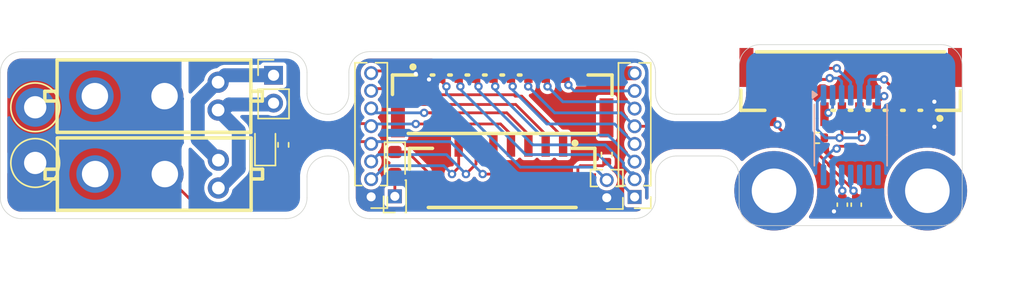
<source format=kicad_pcb>
(kicad_pcb (version 20241229) (generator "pcbnew") (generator_version "9.0")
  (layers (0 "F.Cu" signal) (2 "B.Cu" signal) (13 "F.Paste" user) (15 "B.Paste" user) (5 "F.SilkS" user "F.Silkscreen") (7 "B.SilkS" user "B.Silkscreen") (1 "F.Mask" user) (3 "B.Mask" user) (25 "Edge.Cuts" user))
  (net 0 "")
  (net 1 "GND")
  (net 2 "Net-(U5-VDD3V3)")
  (net 3 "+5V")
  (net 5 "Net-(J8-Pin_2)")
  (net 6 "Net-(J8-Pin_3)")
  (net 7 "Net-(J7-Pin_2)")
  (net 8 "Net-(J7-Pin_6)")
  (net 11 "Net-(J8-Pin_8)")
  (net 12 "Net-(J7-Pin_3)")
  (net 13 "Net-(J7-Pin_7)")
  (net 14 "/SPI_SCK")
  (net 15 "/SPI_MISO")
  (net 16 "/SPI_MOSI")
  (net 18 "/~{NSS1}")
  (net 19 "/ENC1_A")
  (net 20 "/ENC1_B")
  (net 22 "/ENC1_Z")
  (net 32 "Net-(J4-Pin_2)")
  (net 33 "Net-(J7-Pin_1)")
  (net 34 "Net-(J7-Pin_8)")
  (net 35 "Net-(J8-Pin_6)")
  (net 36 "Net-(J8-Pin_7)")
  (net 38 "Net-(D7-A)")
  (net 39 "Net-(D5-K)")
  (net 40 "Net-(D5-A)")
  (net 41 "/DUMMY2")
  (net 42 "/DUMMY1")
  (net 43 "Net-(J3-Pin_1)")
  (net 44 "Net-(J3-Pin_2)")
  (net 45 "Net-(J7-Pin_4)")
  (footprint "easyeda:CONN-SMD_BM08B-GHS-TBT-LF-SN" (layer "F.Cu") (at 150 102.4)
    (property "Reference" "CN3" (hide yes))
    (property "Value" "BM08B-GHS-TBT(LF)(SN)_C133062")
    (fp_line (start -6.65 -1.45) (end -6.65 0.05) (stroke (width 0.25)) (layer "F.SilkS"))
    (fp_line (start -5.3 2.8) (end 5.3 2.8) (stroke (width 0.25)) (layer "F.SilkS"))
    (fp_line (start -5 -1.45) (end -6.65 -1.45) (stroke (width 0.25)) (layer "F.SilkS"))
    (fp_line (start 5 -1.45) (end 6.65 -1.45) (stroke (width 0.25)) (layer "F.SilkS"))
    (fp_line (start 6.65 -1.45) (end 6.65 0.05) (stroke (width 0.25)) (layer "F.SilkS"))
    (fp_circle (center 5.22 -1.83) (end 5.35 -1.83) (stroke (width 0.25)) (fill no) (layer "F.SilkS"))
    (pad "1" smd rect (at 4.37 -1.7) (size 0.6 1.7) (layers "F.Cu" "F.Mask" "F.Paste") (net 11 "Net-(J8-Pin_8)"))
    (pad "2" smd rect (at 3.12 -1.7) (size 0.6 1.7) (layers "F.Cu" "F.Mask" "F.Paste") (net 36 "Net-(J8-Pin_7)"))
    (pad "3" smd rect (at 1.88 -1.7) (size 0.6 1.7) (layers "F.Cu" "F.Mask" "F.Paste") (net 35 "Net-(J8-Pin_6)"))
    (pad "4" smd rect (at 0.63 -1.7) (size 0.6 1.7) (layers "F.Cu" "F.Mask" "F.Paste") (net 41 "/DUMMY2"))
    (pad "5" smd rect (at -0.63 -1.7) (size 0.6 1.7) (layers "F.Cu" "F.Mask" "F.Paste") (net 42 "/DUMMY1"))
    (pad "6" smd rect (at -1.88 -1.7) (size 0.6 1.7) (layers "F.Cu" "F.Mask" "F.Paste") (net 6 "Net-(J8-Pin_3)"))
    (pad "7" smd rect (at -3.12 -1.7) (size 0.6 1.7) (layers "F.Cu" "F.Mask" "F.Paste") (net 5 "Net-(J8-Pin_2)"))
    (pad "8" smd rect (at -4.37 -1.7) (size 0.6 1.7) (layers "F.Cu" "F.Mask" "F.Paste") (net 1 "GND"))
    (pad "9" smd rect (at -6.23 1.7) (size 1 2.7) (layers "F.Cu" "F.Mask" "F.Paste"))
    (pad "10" smd rect (at 6.23 1.7) (size 1 2.7) (layers "F.Cu" "F.Mask" "F.Paste"))
  )
  (footprint "MountingHole:MountingHole_3.2mm_M3_ISO7380_Pad_TopBottom" (layer "F.Cu") (at 180.5 104)
    (property "Reference" "H4" (hide yes))
    (property "Value" "MountingHole_Pad")
    (pad "1" thru_hole circle (at 0 0) (size 3.6 3.6) (drill 3.2) (layers "*.Cu" "*.Mask"))
    (pad "1" connect circle (at 0 0) (size 5.7 5.7) (layers "F.Cu" "F.Mask"))
    (pad "1" connect circle (at 0 0) (size 5.7 5.7) (layers "B.Cu" "B.Mask"))
  )
  (footprint "Resistor_SMD:R_0402_1005Metric" (layer "F.Cu") (at 157.5 101.4 90)
    (property "Reference" "R9" (hide yes))
    (property "Value" "20k")
    (fp_line (start -0.153641 -0.38) (end 0.153641 -0.38) (stroke (width 0.12)) (layer "F.SilkS"))
    (fp_line (start -0.153641 0.38) (end 0.153641 0.38) (stroke (width 0.12)) (layer "F.SilkS"))
    (pad "1" smd roundrect (at -0.509999 0 90) (size 0.54 0.64) (layers "F.Cu" "F.Mask" "F.Paste") (net 39 "Net-(D5-K)"))
    (pad "2" smd roundrect (at 0.509999 0 90) (size 0.54 0.64) (layers "F.Cu" "F.Mask" "F.Paste") (net 1 "GND"))
  )
  (footprint "Connector_PinHeader_2.00mm:PinHeader_1x02_P2.00mm_Vertical" (layer "F.Cu") (at 133.6 95.7)
    (property "Reference" "J3" (hide yes))
    (property "Value" "~")
    (fp_line (start -1.11 -1.11) (end 0 -1.11) (stroke (width 0.12)) (layer "F.SilkS"))
    (fp_line (start -1.11 0) (end -1.11 -1.11) (stroke (width 0.12)) (layer "F.SilkS"))
    (fp_line (start -1.11 1) (end -1.11 3.11) (stroke (width 0.12)) (layer "F.SilkS"))
    (fp_line (start -1.11 1) (end 1.11 1) (stroke (width 0.12)) (layer "F.SilkS"))
    (fp_line (start -1.11 3.11) (end 1.11 3.11) (stroke (width 0.12)) (layer "F.SilkS"))
    (fp_line (start 1.11 1) (end 1.11 3.11) (stroke (width 0.12)) (layer "F.SilkS"))
    (pad "1" thru_hole rect (at 0 0) (size 1.35 1.35) (drill 0.8) (layers "*.Cu" "*.Mask") (net 43 "Net-(J3-Pin_1)"))
    (pad "2" thru_hole circle (at 0 2) (size 1.35 1.35) (drill 0.8) (layers "*.Cu" "*.Mask") (net 44 "Net-(J3-Pin_2)"))
  )
  (footprint "easyeda:CONN-SMD_10P-P1.25_XUNPU_WAFER-GH1.25-10PLB" (layer "F.Cu") (at 175 96.82 180)
    (property "Reference" "CN6" (hide yes))
    (property "Value" "WAFER-GH1.25-10PLB")
    (fp_line (start 7.88 -1.4) (end 7.88 0.05) (stroke (width 0.25)) (layer "F.SilkS"))
    (fp_line (start 6.16 -1.4) (end 7.88 -1.4) (stroke (width 0.25)) (layer "F.SilkS"))
    (fp_line (start 1.35 -1.4) (end 1.159999 -1.4) (stroke (width 0.25)) (layer "F.SilkS"))
    (fp_line (start 0.1 -1.4) (end -0.09 -1.4) (stroke (width 0.25)) (layer "F.SilkS"))
    (fp_line (start -1.15 -1.4) (end -1.340001 -1.4) (stroke (width 0.25)) (layer "F.SilkS"))
    (fp_line (start -2.4 -1.4) (end -2.59 -1.4) (stroke (width 0.25)) (layer "F.SilkS"))
    (fp_line (start -3.65 -1.4) (end -3.840001 -1.4) (stroke (width 0.25)) (layer "F.SilkS"))
    (fp_line (start -4.9 -1.4) (end -5.09 -1.4) (stroke (width 0.25)) (layer "F.SilkS"))
    (fp_line (start -6.74 2.8) (end 6.75 2.8) (stroke (width 0.25)) (layer "F.SilkS"))
    (fp_line (start -7.869999 0) (end -7.87 -1.4) (stroke (width 0.25)) (layer "F.SilkS"))
    (fp_line (start -7.87 -1.4) (end -6.15 -1.4) (stroke (width 0.25)) (layer "F.SilkS"))
    (fp_circle (center -6.4 -1.98) (end -6.27 -1.98) (stroke (width 0.25)) (fill no) (layer "F.SilkS"))
    (pad "1" smd rect (at -5.620001 -1.68 180) (size 0.6 1.7) (layers "F.Cu" "F.Mask" "F.Paste") (net 1 "GND"))
    (pad "2" smd rect (at -4.37 -1.68 180) (size 0.6 1.7) (layers "F.Cu" "F.Mask" "F.Paste") (net 22 "/ENC1_Z"))
    (pad "3" smd rect (at -3.12 -1.68 180) (size 0.6 1.7) (layers "F.Cu" "F.Mask" "F.Paste") (net 20 "/ENC1_B"))
    (pad "4" smd rect (at -1.87 -1.68 180) (size 0.6 1.7) (layers "F.Cu" "F.Mask" "F.Paste") (net 19 "/ENC1_A"))
    (pad "5" smd rect (at -0.62 -1.68 180) (size 0.6 1.7) (layers "F.Cu" "F.Mask" "F.Paste") (net 18 "/~{NSS1}"))
    (pad "6" smd rect (at 0.63 -1.68 180) (size 0.6 1.7) (layers "F.Cu" "F.Mask" "F.Paste") (net 18 "/~{NSS1}"))
    (pad "7" smd rect (at 1.88 -1.68 180) (size 0.6 1.7) (layers "F.Cu" "F.Mask" "F.Paste") (net 14 "/SPI_SCK"))
    (pad "8" smd rect (at 3.13 -1.68 180) (size 0.6 1.7) (layers "F.Cu" "F.Mask" "F.Paste") (net 15 "/SPI_MISO"))
    (pad "9" smd rect (at 4.38 -1.68 180) (size 0.6 1.7) (layers "F.Cu" "F.Mask" "F.Paste") (net 16 "/SPI_MOSI"))
    (pad "10" smd rect (at 5.63 -1.68 180) (size 0.6 1.7) (layers "F.Cu" "F.Mask" "F.Paste") (net 3 "+5V"))
    (pad "11" smd rect (at -7.48 1.68 180) (size 1 2.8) (layers "F.Cu" "F.Mask" "F.Paste"))
    (pad "12" smd rect (at 7.48 1.68 180) (size 1 2.8) (layers "F.Cu" "F.Mask" "F.Paste"))
  )
  (footprint "easyeda:CONN-TH_XT30PB-M" (layer "F.Cu") (at 125.2 97.2)
    (property "Reference" "CN1" (hide yes))
    (property "Value" "XT30(2+2)PB-M.G.B")
    (fp_line (start -8.01 -0.35) (end -7.18 -0.35) (stroke (width 0.25)) (layer "F.SilkS"))
    (fp_line (start -8.01 0.35) (end -8.01 -0.35) (stroke (width 0.25)) (layer "F.SilkS"))
    (fp_line (start -7.3 0.35) (end -8.01 0.35) (stroke (width 0.25)) (layer "F.SilkS"))
    (fp_line (start -7.13 -2.6) (end 6.77 -2.6) (stroke (width 0.25)) (layer "F.SilkS"))
    (fp_line (start -7.13 2.6) (end -7.13 -2.59) (stroke (width 0.25)) (layer "F.SilkS"))
    (fp_line (start 6.77 -2.6) (end 6.77 2.6) (stroke (width 0.25)) (layer "F.SilkS"))
    (fp_line (start 6.77 2.6) (end -7.13 2.6) (stroke (width 0.25)) (layer "F.SilkS"))
    (fp_line (start 6.9 -0.35) (end 7.59 -0.35) (stroke (width 0.25)) (layer "F.SilkS"))
    (fp_line (start 7.59 -0.35) (end 7.59 0.35) (stroke (width 0.25)) (layer "F.SilkS"))
    (fp_line (start 7.59 0.35) (end 6.77 0.35) (stroke (width 0.25)) (layer "F.SilkS"))
    (pad "1" thru_hole circle (at 4.42 -1) (size 1.52 1.52) (drill 0.913994) (layers "*.Cu" "*.Mask") (net 43 "Net-(J3-Pin_1)"))
    (pad "2" thru_hole circle (at 4.42 1) (size 1.52 1.52) (drill 0.913994) (layers "*.Cu" "*.Mask") (net 44 "Net-(J3-Pin_2)"))
    (pad "3" thru_hole circle (at 0.58 0) (size 2.7 2.7) (drill 1.900022) (layers "*.Cu" "*.Mask") (net 41 "/DUMMY2"))
    (pad "4" thru_hole circle (at -4.42 0) (size 2.7 2.7) (drill 1.900022) (layers "*.Cu" "*.Mask") (net 42 "/DUMMY1"))
  )
  (footprint "Capacitor_SMD:C_0402_1005Metric" (layer "F.Cu") (at 174.4 105 -90)
    (property "Reference" "C18" (hide yes))
    (property "Value" "1u")
    (fp_line (start -0.107836 0.36) (end 0.107836 0.36) (stroke (width 0.12)) (layer "F.SilkS"))
    (fp_line (start -0.107836 -0.36) (end 0.107836 -0.36) (stroke (width 0.12)) (layer "F.SilkS"))
    (pad "1" smd roundrect (at -0.48 0 270) (size 0.56 0.62) (layers "F.Cu" "F.Mask" "F.Paste") (net 2 "Net-(U5-VDD3V3)"))
    (pad "2" smd roundrect (at 0.48 0 270) (size 0.56 0.62) (layers "F.Cu" "F.Mask" "F.Paste") (net 1 "GND"))
  )
  (footprint "easyeda:CONN-SMD_10P-P1.25_XUNPU_WAFER-GH1.25-10PLB" (layer "F.Cu") (at 150 97.08)
    (property "Reference" "CN5" (hide yes))
    (property "Value" "WAFER-GH1.25-10PLB")
    (fp_line (start -7.87 -1.4) (end -6.15 -1.4) (stroke (width 0.25)) (layer "F.SilkS"))
    (fp_line (start -7.869999 0) (end -7.87 -1.4) (stroke (width 0.25)) (layer "F.SilkS"))
    (fp_line (start -6.74 2.8) (end 6.75 2.8) (stroke (width 0.25)) (layer "F.SilkS"))
    (fp_line (start -4.9 -1.4) (end -5.09 -1.4) (stroke (width 0.25)) (layer "F.SilkS"))
    (fp_line (start -3.65 -1.4) (end -3.840001 -1.4) (stroke (width 0.25)) (layer "F.SilkS"))
    (fp_line (start -2.4 -1.4) (end -2.59 -1.4) (stroke (width 0.25)) (layer "F.SilkS"))
    (fp_line (start -1.15 -1.4) (end -1.340001 -1.4) (stroke (width 0.25)) (layer "F.SilkS"))
    (fp_line (start 0.1 -1.4) (end -0.09 -1.4) (stroke (width 0.25)) (layer "F.SilkS"))
    (fp_line (start 1.35 -1.4) (end 1.159999 -1.4) (stroke (width 0.25)) (layer "F.SilkS"))
    (fp_line (start 6.16 -1.4) (end 7.88 -1.4) (stroke (width 0.25)) (layer "F.SilkS"))
    (fp_line (start 7.88 -1.4) (end 7.88 0.05) (stroke (width 0.25)) (layer "F.SilkS"))
    (fp_circle (center -6.4 -1.98) (end -6.27 -1.98) (stroke (width 0.25)) (fill no) (layer "F.SilkS"))
    (pad "1" smd rect (at -5.620001 -1.68) (size 0.6 1.7) (layers "F.Cu" "F.Mask" "F.Paste") (net 1 "GND"))
    (pad "2" smd rect (at -4.37 -1.68) (size 0.6 1.7) (layers "F.Cu" "F.Mask" "F.Paste") (net 32 "Net-(J4-Pin_2)"))
    (pad "3" smd rect (at -3.12 -1.68) (size 0.6 1.7) (layers "F.Cu" "F.Mask" "F.Paste") (net 33 "Net-(J7-Pin_1)"))
    (pad "4" smd rect (at -1.87 -1.68) (size 0.6 1.7) (layers "F.Cu" "F.Mask" "F.Paste") (net 7 "Net-(J7-Pin_2)"))
    (pad "5" smd rect (at -0.62 -1.68) (size 0.6 1.7) (layers "F.Cu" "F.Mask" "F.Paste") (net 12 "Net-(J7-Pin_3)"))
    (pad "6" smd rect (at 0.63 -1.68) (size 0.6 1.7) (layers "F.Cu" "F.Mask" "F.Paste") (net 45 "Net-(J7-Pin_4)"))
    (pad "7" smd rect (at 1.88 -1.68) (size 0.6 1.7) (layers "F.Cu" "F.Mask" "F.Paste") (net 3 "+5V"))
    (pad "8" smd rect (at 3.13 -1.68) (size 0.6 1.7) (layers "F.Cu" "F.Mask" "F.Paste") (net 8 "Net-(J7-Pin_6)"))
    (pad "9" smd rect (at 4.38 -1.68) (size 0.6 1.7) (layers "F.Cu" "F.Mask" "F.Paste") (net 13 "Net-(J7-Pin_7)"))
    (pad "10" smd rect (at 5.63 -1.68) (size 0.6 1.7) (layers "F.Cu" "F.Mask" "F.Paste") (net 34 "Net-(J7-Pin_8)"))
    (pad "11" smd rect (at -7.48 1.68) (size 1 2.8) (layers "F.Cu" "F.Mask" "F.Paste"))
    (pad "12" smd rect (at 7.48 1.68) (size 1 2.8) (layers "F.Cu" "F.Mask" "F.Paste"))
  )
  (footprint "TestPoint:TestPoint_Keystone_5005-5009_Compact" (layer "F.Cu") (at 116.5 98)
    (property "Reference" "H2" (hide yes))
    (property "Value" "~")
    (fp_circle (center 0 0) (end 1.75 0) (stroke (width 0.12)) (fill no) (layer "F.SilkS"))
    (pad "1" thru_hole circle (at 0 0) (size 2.8 2.8) (drill 1.6) (layers "*.Cu" "*.Mask") (net 42 "/DUMMY1"))
  )
  (footprint "Resistor_SMD:R_0402_1005Metric" (layer "F.Cu") (at 134.3 100.7 90)
    (property "Reference" "R7" (hide yes))
    (property "Value" "20k")
    (fp_line (start -0.153641 -0.38) (end 0.153641 -0.38) (stroke (width 0.12)) (layer "F.SilkS"))
    (fp_line (start -0.153641 0.38) (end 0.153641 0.38) (stroke (width 0.12)) (layer "F.SilkS"))
    (pad "1" smd roundrect (at -0.509999 0 90) (size 0.54 0.64) (layers "F.Cu" "F.Mask" "F.Paste") (net 42 "/DUMMY1"))
    (pad "2" smd roundrect (at 0.509999 0 90) (size 0.54 0.64) (layers "F.Cu" "F.Mask" "F.Paste") (net 38 "Net-(D7-A)"))
  )
  (footprint "Resistor_SMD:R_0402_1005Metric" (layer "F.Cu") (at 172.6 100.2 180)
    (property "Reference" "R5" (hide yes))
    (property "Value" "10k")
    (fp_line (start -0.153641 0.38) (end 0.153641 0.38) (stroke (width 0.12)) (layer "F.SilkS"))
    (fp_line (start -0.153641 -0.38) (end 0.153641 -0.38) (stroke (width 0.12)) (layer "F.SilkS"))
    (pad "1" smd roundrect (at -0.509999 0 180) (size 0.54 0.64) (layers "F.Cu" "F.Mask" "F.Paste") (net 18 "/~{NSS1}"))
    (pad "2" smd roundrect (at 0.509999 0 180) (size 0.54 0.64) (layers "F.Cu" "F.Mask" "F.Paste") (net 3 "+5V"))
  )
  (footprint "MountingHole:MountingHole_3.2mm_M3_ISO7380_Pad_TopBottom" (layer "F.Cu") (at 169.5 104)
    (property "Reference" "H3" (hide yes))
    (property "Value" "MountingHole_Pad")
    (pad "1" thru_hole circle (at 0 0) (size 3.6 3.6) (drill 3.2) (layers "*.Cu" "*.Mask"))
    (pad "1" connect circle (at 0 0) (size 5.7 5.7) (layers "F.Cu" "F.Mask"))
    (pad "1" connect circle (at 0 0) (size 5.7 5.7) (layers "B.Cu" "B.Mask"))
  )
  (footprint "Connector_PinHeader_1.27mm:PinHeader_1x01_P1.27mm_Vertical" (layer "F.Cu") (at 142.3 104.4 90)
    (property "Reference" "J5" (hide yes))
    (property "Value" "Conn_01x02_Socket")
    (fp_line (start -1.159999 -0.81) (end 0 -0.809999) (stroke (width 0.12)) (layer "F.SilkS"))
    (fp_line (start -1.16 0) (end -1.159999 -0.81) (stroke (width 0.12)) (layer "F.SilkS"))
    (fp_line (start 1.159999 0.81) (end 1.159999 0.745) (stroke (width 0.12)) (layer "F.SilkS"))
    (fp_line (start 0.666708 0.81) (end 1.159999 0.81) (stroke (width 0.12)) (layer "F.SilkS"))
    (fp_line (start -1.159999 0.81) (end -1.159999 0.745) (stroke (width 0.12)) (layer "F.SilkS"))
    (fp_line (start -1.159999 0.81) (end 1.159999 0.81) (stroke (width 0.12)) (layer "F.SilkS"))
    (fp_line (start -1.159999 0.81) (end -0.666708 0.81) (stroke (width 0.12)) (layer "F.SilkS"))
    (pad "1" thru_hole rect (at 0 0 90) (size 1 1) (drill 0.65) (layers "*.Cu" "*.Mask") (net 40 "Net-(D5-A)"))
  )
  (footprint "Capacitor_SMD:C_0402_1005Metric" (layer "F.Cu") (at 175.4 105 -90)
    (property "Reference" "C24" (hide yes))
    (property "Value" "100n")
    (fp_line (start -0.107836 0.36) (end 0.107836 0.36) (stroke (width 0.12)) (layer "F.SilkS"))
    (fp_line (start -0.107836 -0.36) (end 0.107836 -0.36) (stroke (width 0.12)) (layer "F.SilkS"))
    (pad "1" smd roundrect (at -0.48 0 270) (size 0.56 0.62) (layers "F.Cu" "F.Mask" "F.Paste") (net 3 "+5V"))
    (pad "2" smd roundrect (at 0.48 0 270) (size 0.56 0.62) (layers "F.Cu" "F.Mask" "F.Paste") (net 1 "GND"))
  )
  (footprint "easyeda:CONN-TH_XT30PB-M" (layer "F.Cu") (at 125.22 102.8)
    (property "Reference" "CN2" (hide yes))
    (property "Value" "XT30(2+2)PB-M.G.B")
    (fp_line (start -8.01 -0.35) (end -7.18 -0.35) (stroke (width 0.25)) (layer "F.SilkS"))
    (fp_line (start -8.01 0.35) (end -8.01 -0.35) (stroke (width 0.25)) (layer "F.SilkS"))
    (fp_line (start -7.3 0.35) (end -8.01 0.35) (stroke (width 0.25)) (layer "F.SilkS"))
    (fp_line (start -7.13 -2.6) (end 6.77 -2.6) (stroke (width 0.25)) (layer "F.SilkS"))
    (fp_line (start -7.13 2.6) (end -7.13 -2.59) (stroke (width 0.25)) (layer "F.SilkS"))
    (fp_line (start 6.77 -2.6) (end 6.77 2.6) (stroke (width 0.25)) (layer "F.SilkS"))
    (fp_line (start 6.77 2.6) (end -7.13 2.6) (stroke (width 0.25)) (layer "F.SilkS"))
    (fp_line (start 6.9 -0.35) (end 7.59 -0.35) (stroke (width 0.25)) (layer "F.SilkS"))
    (fp_line (start 7.59 -0.35) (end 7.59 0.35) (stroke (width 0.25)) (layer "F.SilkS"))
    (fp_line (start 7.59 0.35) (end 6.77 0.35) (stroke (width 0.25)) (layer "F.SilkS"))
    (pad "1" thru_hole circle (at 4.42 -1) (size 1.52 1.52) (drill 0.913994) (layers "*.Cu" "*.Mask") (net 43 "Net-(J3-Pin_1)"))
    (pad "2" thru_hole circle (at 4.42 1) (size 1.52 1.52) (drill 0.913994) (layers "*.Cu" "*.Mask") (net 44 "Net-(J3-Pin_2)"))
    (pad "3" thru_hole circle (at 0.58 0) (size 2.7 2.7) (drill 1.900022) (layers "*.Cu" "*.Mask") (net 41 "/DUMMY2"))
    (pad "4" thru_hole circle (at -4.42 0) (size 2.7 2.7) (drill 1.900022) (layers "*.Cu" "*.Mask") (net 42 "/DUMMY1"))
  )
  (footprint "Connector_PinHeader_1.27mm:PinHeader_1x08_P1.27mm_Vertical" (layer "F.Cu") (at 159.5 104.445001 180)
    (property "Reference" "J7" (hide yes))
    (property "Value" "Conn_01x08_Socket")
    (fp_line (start 1.159999 0.81) (end 1.16 9.635) (stroke (width 0.12)) (layer "F.SilkS"))
    (fp_line (start 0.666708 0.81) (end 1.159999 0.81) (stroke (width 0.12)) (layer "F.SilkS"))
    (fp_line (start 0.317923 9.635) (end 1.16 9.635) (stroke (width 0.12)) (layer "F.SilkS"))
    (fp_line (start -1.159999 0.81) (end -0.666708 0.81) (stroke (width 0.12)) (layer "F.SilkS"))
    (fp_line (start -1.159999 0.81) (end -1.16 9.635) (stroke (width 0.12)) (layer "F.SilkS"))
    (fp_line (start -1.159999 -0.81) (end 0 -0.809999) (stroke (width 0.12)) (layer "F.SilkS"))
    (fp_line (start -1.16 9.635) (end -0.317923 9.635) (stroke (width 0.12)) (layer "F.SilkS"))
    (fp_line (start -1.16 0) (end -1.159999 -0.81) (stroke (width 0.12)) (layer "F.SilkS"))
    (pad "1" thru_hole rect (at 0 0 180) (size 1 1) (drill 0.65) (layers "*.Cu" "*.Mask") (net 33 "Net-(J7-Pin_1)"))
    (pad "2" thru_hole circle (at 0 1.270001 180) (size 1 1) (drill 0.65) (layers "*.Cu" "*.Mask") (net 7 "Net-(J7-Pin_2)"))
    (pad "3" thru_hole circle (at 0 2.54 180) (size 1 1) (drill 0.65) (layers "*.Cu" "*.Mask") (net 12 "Net-(J7-Pin_3)"))
    (pad "4" thru_hole circle (at 0 3.81 180) (size 1 1) (drill 0.65) (layers "*.Cu" "*.Mask") (net 45 "Net-(J7-Pin_4)"))
    (pad "5" thru_hole circle (at 0 5.079999 180) (size 1 1) (drill 0.65) (layers "*.Cu" "*.Mask") (net 3 "+5V"))
    (pad "6" thru_hole circle (at 0 6.35 180) (size 1 1) (drill 0.65) (layers "*.Cu" "*.Mask") (net 8 "Net-(J7-Pin_6)"))
    (pad "7" thru_hole circle (at 0 7.62 180) (size 1 1) (drill 0.65) (layers "*.Cu" "*.Mask") (net 13 "Net-(J7-Pin_7)"))
    (pad "8" thru_hole circle (at 0 8.89 180) (size 1 1) (drill 0.65) (layers "*.Cu" "*.Mask") (net 34 "Net-(J7-Pin_8)"))
  )
  (footprint "LED_SMD:LED_0603_1608Metric" (layer "F.Cu") (at 142.3 102 -90)
    (property "Reference" "D5" (hide yes))
    (property "Value" "WHITE")
    (fp_line (start -1.485 0.735) (end 0.8 0.735) (stroke (width 0.12)) (layer "F.SilkS"))
    (fp_line (start -1.485 -0.735) (end -1.485 0.735) (stroke (width 0.12)) (layer "F.SilkS"))
    (fp_line (start 0.8 -0.735) (end -1.485 -0.735) (stroke (width 0.12)) (layer "F.SilkS"))
    (pad "1" smd roundrect (at -0.787501 0 270) (size 0.875 0.95) (layers "F.Cu" "F.Mask" "F.Paste") (net 39 "Net-(D5-K)"))
    (pad "2" smd roundrect (at 0.787501 0 270) (size 0.875 0.95) (layers "F.Cu" "F.Mask" "F.Paste") (net 40 "Net-(D5-A)"))
  )
  (footprint "Connector_PinHeader_1.27mm:PinHeader_1x02_P1.27mm_Vertical" (layer "F.Cu") (at 157.5 104.5 180)
    (property "Reference" "J4" (hide yes))
    (property "Value" "Conn_01x02_Socket")
    (fp_line (start 1.159999 0.81) (end 1.16 2.015) (stroke (width 0.12)) (layer "F.SilkS"))
    (fp_line (start 0.666708 0.81) (end 1.159999 0.81) (stroke (width 0.12)) (layer "F.SilkS"))
    (fp_line (start 0.317923 2.015) (end 1.16 2.015) (stroke (width 0.12)) (layer "F.SilkS"))
    (fp_line (start -1.159999 0.81) (end -0.666708 0.81) (stroke (width 0.12)) (layer "F.SilkS"))
    (fp_line (start -1.159999 0.81) (end -1.16 2.015) (stroke (width 0.12)) (layer "F.SilkS"))
    (fp_line (start -1.159999 -0.81) (end 0 -0.809999) (stroke (width 0.12)) (layer "F.SilkS"))
    (fp_line (start -1.16 2.015) (end -0.317923 2.015) (stroke (width 0.12)) (layer "F.SilkS"))
    (fp_line (start -1.16 0) (end -1.159999 -0.81) (stroke (width 0.12)) (layer "F.SilkS"))
    (pad "1" thru_hole rect (at 0 0 180) (size 1 1) (drill 0.65) (layers "*.Cu" "*.Mask") (net 1 "GND"))
    (pad "2" thru_hole circle (at 0 1.270001 180) (size 1 1) (drill 0.65) (layers "*.Cu" "*.Mask") (net 32 "Net-(J4-Pin_2)"))
  )
  (footprint "Connector_PinHeader_1.27mm:PinHeader_1x08_P1.27mm_Vertical" (layer "F.Cu") (at 140.6 104.435 180)
    (property "Reference" "J8" (hide yes))
    (property "Value" "Conn_01x08_Socket")
    (fp_line (start 1.159999 0.81) (end 1.16 9.635) (stroke (width 0.12)) (layer "F.SilkS"))
    (fp_line (start 0.666708 0.81) (end 1.159999 0.81) (stroke (width 0.12)) (layer "F.SilkS"))
    (fp_line (start 0.317923 9.635) (end 1.16 9.635) (stroke (width 0.12)) (layer "F.SilkS"))
    (fp_line (start -1.159999 0.81) (end -0.666708 0.81) (stroke (width 0.12)) (layer "F.SilkS"))
    (fp_line (start -1.159999 0.81) (end -1.16 9.635) (stroke (width 0.12)) (layer "F.SilkS"))
    (fp_line (start -1.159999 -0.81) (end 0 -0.809999) (stroke (width 0.12)) (layer "F.SilkS"))
    (fp_line (start -1.16 9.635) (end -0.317923 9.635) (stroke (width 0.12)) (layer "F.SilkS"))
    (fp_line (start -1.16 0) (end -1.159999 -0.81) (stroke (width 0.12)) (layer "F.SilkS"))
    (pad "1" thru_hole rect (at 0 0 180) (size 1 1) (drill 0.65) (layers "*.Cu" "*.Mask") (net 1 "GND"))
    (pad "2" thru_hole circle (at 0 1.270001 180) (size 1 1) (drill 0.65) (layers "*.Cu" "*.Mask") (net 5 "Net-(J8-Pin_2)"))
    (pad "3" thru_hole circle (at 0 2.54 180) (size 1 1) (drill 0.65) (layers "*.Cu" "*.Mask") (net 6 "Net-(J8-Pin_3)"))
    (pad "4" thru_hole circle (at 0 3.81 180) (size 1 1) (drill 0.65) (layers "*.Cu" "*.Mask") (net 42 "/DUMMY1"))
    (pad "5" thru_hole circle (at 0 5.079999 180) (size 1 1) (drill 0.65) (layers "*.Cu" "*.Mask") (net 41 "/DUMMY2"))
    (pad "6" thru_hole circle (at 0 6.35 180) (size 1 1) (drill 0.65) (layers "*.Cu" "*.Mask") (net 35 "Net-(J8-Pin_6)"))
    (pad "7" thru_hole circle (at 0 7.62 180) (size 1 1) (drill 0.65) (layers "*.Cu" "*.Mask") (net 36 "Net-(J8-Pin_7)"))
    (pad "8" thru_hole circle (at 0 8.89 180) (size 1 1) (drill 0.65) (layers "*.Cu" "*.Mask") (net 11 "Net-(J8-Pin_8)"))
  )
  (footprint "LED_SMD:LED_0603_1608Metric" (layer "F.Cu") (at 133 100.7 90)
    (property "Reference" "D7" (hide yes))
    (property "Value" "GREEN")
    (fp_line (start 0.8 -0.735) (end -1.485 -0.735) (stroke (width 0.12)) (layer "F.SilkS"))
    (fp_line (start -1.485 -0.735) (end -1.485 0.735) (stroke (width 0.12)) (layer "F.SilkS"))
    (fp_line (start -1.485 0.735) (end 0.8 0.735) (stroke (width 0.12)) (layer "F.SilkS"))
    (pad "1" smd roundrect (at -0.787501 0 90) (size 0.875 0.95) (layers "F.Cu" "F.Mask" "F.Paste") (net 41 "/DUMMY2"))
    (pad "2" smd roundrect (at 0.787501 0 90) (size 0.875 0.95) (layers "F.Cu" "F.Mask" "F.Paste") (net 38 "Net-(D7-A)"))
  )
  (footprint "TestPoint:TestPoint_Keystone_5005-5009_Compact" (layer "F.Cu") (at 116.5 102)
    (property "Reference" "H1" (hide yes))
    (property "Value" "~")
    (fp_circle (center 0 0) (end 1.75 0) (stroke (width 0.12)) (fill no) (layer "F.SilkS"))
    (pad "1" thru_hole circle (at 0 0) (size 2.8 2.8) (drill 1.6) (layers "*.Cu" "*.Mask") (net 41 "/DUMMY2"))
  )
  (footprint "Package_SO:TSSOP-14_4.4x5mm_P0.65mm" (layer "B.Cu") (at 175 100 -90)
    (property "Reference" "U5" (hide yes))
    (property "Value" "AS5047D")
    (fp_line (start 0 2.61) (end -2.2 2.61) (stroke (width 0.12)) (layer "B.SilkS"))
    (fp_line (start 0 2.61) (end 2.2 2.61) (stroke (width 0.12)) (layer "B.SilkS"))
    (fp_line (start 0 -2.61) (end -2.2 -2.61) (stroke (width 0.12)) (layer "B.SilkS"))
    (fp_line (start 0 -2.61) (end 2.2 -2.61) (stroke (width 0.12)) (layer "B.SilkS"))
    (fp_poly (pts (xy -2.9 2.41) (xy -3.14 2.74) (xy -2.66 2.740001)) (stroke (width 0.12)) (fill yes) (layer "B.SilkS"))
    (pad "1" smd roundrect (at -2.8625 1.95 270) (size 1.475 0.4) (layers "B.Cu" "B.Mask" "B.Paste") (net 18 "/~{NSS1}"))
    (pad "2" smd roundrect (at -2.8625 1.3 270) (size 1.475 0.4) (layers "B.Cu" "B.Mask" "B.Paste") (net 14 "/SPI_SCK"))
    (pad "3" smd roundrect (at -2.8625 0.65 270) (size 1.475 0.4) (layers "B.Cu" "B.Mask" "B.Paste") (net 15 "/SPI_MISO"))
    (pad "4" smd roundrect (at -2.8625 0 270) (size 1.475 0.4) (layers "B.Cu" "B.Mask" "B.Paste") (net 16 "/SPI_MOSI"))
    (pad "5" smd roundrect (at -2.8625 -0.65 270) (size 1.475 0.4) (layers "B.Cu" "B.Mask" "B.Paste") (net 1 "GND"))
    (pad "6" smd roundrect (at -2.8625 -1.3 270) (size 1.475 0.4) (layers "B.Cu" "B.Mask" "B.Paste") (net 20 "/ENC1_B"))
    (pad "7" smd roundrect (at -2.8625 -1.95 270) (size 1.475 0.4) (layers "B.Cu" "B.Mask" "B.Paste") (net 19 "/ENC1_A"))
    (pad "8" smd roundrect (at 2.8625 -1.95 270) (size 1.475 0.4) (layers "B.Cu" "B.Mask" "B.Paste"))
    (pad "9" smd roundrect (at 2.8625 -1.3 270) (size 1.475 0.4) (layers "B.Cu" "B.Mask" "B.Paste"))
    (pad "10" smd roundrect (at 2.8625 -0.65 270) (size 1.475 0.4) (layers "B.Cu" "B.Mask" "B.Paste"))
    (pad "11" smd roundrect (at 2.8625 0 270) (size 1.475 0.4) (layers "B.Cu" "B.Mask" "B.Paste") (net 3 "+5V"))
    (pad "12" smd roundrect (at 2.8625 0.65 270) (size 1.475 0.4) (layers "B.Cu" "B.Mask" "B.Paste") (net 2 "Net-(U5-VDD3V3)"))
    (pad "13" smd roundrect (at 2.8625 1.3 270) (size 1.475 0.4) (layers "B.Cu" "B.Mask" "B.Paste") (net 1 "GND"))
    (pad "14" smd roundrect (at 2.8625 1.95 270) (size 1.475 0.4) (layers "B.Cu" "B.Mask" "B.Paste") (net 22 "/ENC1_Z"))
  )
  (gr_arc (start 168.5 106.5) (mid 167.43934 106.06066) (end 167 105) (stroke (width 0.05)) (layer "Edge.Cuts"))
  (gr_line (start 140.5 94) (end 159.5 94) (stroke (width 0.05)) (layer "Edge.Cuts"))
  (gr_arc (start 139 95.5) (mid 139.43934 94.43934) (end 140.5 94) (stroke (width 0.05)) (layer "Edge.Cuts"))
  (gr_line (start 136 104.5) (end 136 103) (stroke (width 0.05)) (layer "Edge.Cuts"))
  (gr_arc (start 183 105) (mid 182.56066 106.06066) (end 181.5 106.5) (stroke (width 0.05)) (layer "Edge.Cuts"))
  (gr_line (start 162.5 98.5) (end 165.5 98.5) (stroke (width 0.05)) (layer "Edge.Cuts"))
  (gr_line (start 115.5 106) (end 134.5 106) (stroke (width 0.05)) (layer "Edge.Cuts"))
  (gr_arc (start 136 103) (mid 136.43934 101.93934) (end 137.5 101.5) (stroke (width 0.05)) (layer "Edge.Cuts"))
  (gr_line (start 168.5 106.5) (end 181.5 106.5) (stroke (width 0.05)) (layer "Edge.Cuts"))
  (gr_line (start 114 95.5) (end 114 104.5) (stroke (width 0.05)) (layer "Edge.Cuts"))
  (gr_arc (start 140.5 106) (mid 139.43934 105.56066) (end 139 104.5) (stroke (width 0.05)) (layer "Edge.Cuts"))
  (gr_arc (start 167 97) (mid 166.56066 98.06066) (end 165.5 98.5) (stroke (width 0.05)) (layer "Edge.Cuts"))
  (gr_line (start 136 95.5) (end 136 97) (stroke (width 0.05)) (layer "Edge.Cuts"))
  (gr_line (start 140.5 106) (end 159.5 106) (stroke (width 0.05)) (layer "Edge.Cuts"))
  (gr_arc (start 165.5 101.5) (mid 166.56066 101.93934) (end 167 103) (stroke (width 0.05)) (layer "Edge.Cuts"))
  (gr_line (start 167 97) (end 167 95) (stroke (width 0.05)) (layer "Edge.Cuts"))
  (gr_arc (start 167 95) (mid 167.43934 93.93934) (end 168.5 93.5) (stroke (width 0.05)) (layer "Edge.Cuts"))
  (gr_arc (start 139 97) (mid 138.56066 98.06066) (end 137.5 98.5) (stroke (width 0.05)) (layer "Edge.Cuts"))
  (gr_arc (start 137.5 98.5) (mid 136.43934 98.06066) (end 136 97) (stroke (width 0.05)) (layer "Edge.Cuts"))
  (gr_line (start 139 97) (end 139 95.5) (stroke (width 0.05)) (layer "Edge.Cuts"))
  (gr_line (start 139 103) (end 139 104.5) (stroke (width 0.05)) (layer "Edge.Cuts"))
  (gr_arc (start 161 104.5) (mid 160.56066 105.56066) (end 159.5 106) (stroke (width 0.05)) (layer "Edge.Cuts"))
  (gr_arc (start 159.5 94) (mid 160.56066 94.43934) (end 161 95.5) (stroke (width 0.05)) (layer "Edge.Cuts"))
  (gr_line (start 115.5 94) (end 134.5 94) (stroke (width 0.05)) (layer "Edge.Cuts"))
  (gr_line (start 183 105) (end 183 95) (stroke (width 0.05)) (layer "Edge.Cuts"))
  (gr_arc (start 181.5 93.5) (mid 182.56066 93.93934) (end 183 95) (stroke (width 0.05)) (layer "Edge.Cuts"))
  (gr_line (start 162.5 101.5) (end 165.5 101.5) (stroke (width 0.05)) (layer "Edge.Cuts"))
  (gr_arc (start 162.5 98.5) (mid 161.43934 98.06066) (end 161 97) (stroke (width 0.05)) (layer "Edge.Cuts"))
  (gr_arc (start 136 104.5) (mid 135.56066 105.56066) (end 134.5 106) (stroke (width 0.05)) (layer "Edge.Cuts"))
  (gr_arc (start 114 95.5) (mid 114.43934 94.43934) (end 115.5 94) (stroke (width 0.05)) (layer "Edge.Cuts"))
  (gr_arc (start 161 103) (mid 161.43934 101.93934) (end 162.5 101.5) (stroke (width 0.05)) (layer "Edge.Cuts"))
  (gr_line (start 167 103) (end 167 105) (stroke (width 0.05)) (layer "Edge.Cuts"))
  (gr_arc (start 115.5 106) (mid 114.43934 105.56066) (end 114 104.5) (stroke (width 0.05)) (layer "Edge.Cuts"))
  (gr_arc (start 137.5 101.5) (mid 138.56066 101.93934) (end 139 103) (stroke (width 0.05)) (layer "Edge.Cuts"))
  (gr_line (start 161 104.5) (end 161 103) (stroke (width 0.05)) (layer "Edge.Cuts"))
  (gr_line (start 168.5 93.5) (end 181.5 93.5) (stroke (width 0.05)) (layer "Edge.Cuts"))
  (gr_line (start 161 95.5) (end 161 97) (stroke (width 0.05)) (layer "Edge.Cuts"))
  (gr_arc (start 134.5 94) (mid 135.56066 94.43934) (end 136 95.5) (stroke (width 0.05)) (layer "Edge.Cuts"))
  (segment (start 143.8 95.6) (end 144.099999 95.6) (width 0.2) (layer "F.Cu") (net 1))
  (segment (start 180.620001 99.020001) (end 181 99.4) (width 0.2) (layer "F.Cu") (net 1))
  (segment (start 174.4 105.48) (end 175.4 105.48) (width 0.2) (layer "F.Cu") (net 1))
  (segment (start 180.620001 98.5) (end 180.620001 99.020001) (width 0.2) (layer "F.Cu") (net 1))
  (segment (start 144.099999 95.6) (end 144.379999 95.32) (width 0.2) (layer "F.Cu") (net 1))
  (segment (start 173.8 105.48) (end 174.4 105.48) (width 0.2) (layer "F.Cu") (net 1))
  (segment (start 144.75 96) (end 144.2 96) (width 0.2) (layer "F.Cu") (net 1))
  (segment (start 180.620001 98.5) (end 180.620001 97.779999) (width 0.2) (layer "F.Cu") (net 1))
  (segment (start 180.620001 97.779999) (end 180.8 97.6) (width 0.2) (layer "F.Cu") (net 1))
  (segment (start 144.2 96) (end 143.8 95.6) (width 0.2) (layer "F.Cu") (net 1))
  (via (at 181 99.4) (size 0.6) (drill 0.3) (layers "F.Cu" "B.Cu") (net 1))
  (via (at 173.8 105.48) (size 0.6) (drill 0.3) (layers "F.Cu" "B.Cu") (net 1))
  (via (at 181 97.6) (size 0.6) (drill 0.3) (layers "F.Cu" "B.Cu") (net 1))
  (via (at 143.8 95.6) (size 0.6) (drill 0.3) (layers "F.Cu" "B.Cu") (net 1))
  (via (at 144.75 96) (size 0.6) (drill 0.3) (layers "F.Cu" "B.Cu") (net 1))
  (segment (start 174.4 104.2) (end 174.4 104.52) (width 0.2) (layer "F.Cu") (net 2))
  (via (at 174.4 104) (size 0.6) (drill 0.3) (layers "F.Cu" "B.Cu") (net 2))
  (segment (start 174.35 102.8625) (end 174.35 104.15) (width 0.2) (layer "B.Cu") (net 2))
  (segment (start 174.35 104.15) (end 174.4 104.2) (width 0.2) (layer "B.Cu") (net 2))
  (segment (start 170.568 100.2) (end 169.37 99.002) (width 0.2) (layer "F.Cu") (net 3))
  (segment (start 151.88 96.484658) (end 151.864658 96.5) (width 0.2) (layer "F.Cu") (net 3))
  (segment (start 175.2 103.950057) (end 173.401 102.151057) (width 0.2) (layer "F.Cu") (net 3))
  (segment (start 172.090001 100.2) (end 170.568 100.2) (width 0.2) (layer "F.Cu") (net 3))
  (segment (start 169.37 99.002) (end 169.37 98.5) (width 0.2) (layer "F.Cu") (net 3))
  (segment (start 173.401 102.151057) (end 173.401 102.091259) (width 0.2) (layer "F.Cu") (net 3))
  (segment (start 168.504998 99.365002) (end 169.37 98.5) (width 0.2) (layer "F.Cu") (net 3))
  (segment (start 172.090001 100.78026) (end 172.090001 100.2) (width 0.2) (layer "F.Cu") (net 3))
  (segment (start 175.2 104) (end 175.2 103.950057) (width 0.2) (layer "F.Cu") (net 3))
  (segment (start 175.4 104.2) (end 175.2 104) (width 0.2) (layer "F.Cu") (net 3))
  (segment (start 159.5 99.365002) (end 168.504998 99.365002) (width 0.2) (layer "F.Cu") (net 3))
  (segment (start 151.88 95.32) (end 151.88 96.484658) (width 0.2) (layer "F.Cu") (net 3))
  (segment (start 175.4 104.52) (end 175.4 104.2) (width 0.2) (layer "F.Cu") (net 3))
  (segment (start 173.401 102.091259) (end 172.090001 100.78026) (width 0.2) (layer "F.Cu") (net 3))
  (via (at 151.864658 96.5) (size 0.6) (drill 0.3) (layers "F.Cu" "B.Cu") (net 3))
  (via (at 175.2 104) (size 0.6) (drill 0.3) (layers "F.Cu" "B.Cu") (net 3))
  (via (at 169.75 99.25) (size 0.6) (drill 0.3) (layers "F.Cu" "B.Cu") (net 3))
  (segment (start 175 103.8) (end 175 102.8625) (width 0.2) (layer "B.Cu") (net 3))
  (segment (start 159.5 99.365002) (end 158.534998 98.4) (width 0.2) (layer "B.Cu") (net 3))
  (segment (start 175.2 104) (end 175 103.8) (width 0.2) (layer "B.Cu") (net 3))
  (segment (start 153.764659 98.4) (end 151.864659 96.5) (width 0.2) (layer "B.Cu") (net 3))
  (segment (start 169.75 99.35) (end 169.75 99.25) (width 0.2) (layer "B.Cu") (net 3))
  (segment (start 151.864659 96.5) (end 151.864658 96.5) (width 0.2) (layer "B.Cu") (net 3))
  (segment (start 158.534998 98.4) (end 153.764659 98.4) (width 0.2) (layer "B.Cu") (net 3))
  (segment (start 146.88 102.32) (end 146.4 102.8) (width 0.2) (layer "F.Cu") (net 5))
  (segment (start 146.88 100.5) (end 146.88 102.32) (width 0.2) (layer "F.Cu") (net 5))
  (via (at 146.4 102.8) (size 0.6) (drill 0.3) (layers "F.Cu" "B.Cu") (net 5))
  (segment (start 145.8 102.2) (end 146.4 102.8) (width 0.2) (layer "B.Cu") (net 5))
  (segment (start 140.4 103.009998) (end 140.840002 103.009998) (width 0.2) (layer "B.Cu") (net 5))
  (segment (start 141.65 102.2) (end 145.8 102.2) (width 0.2) (layer "B.Cu") (net 5))
  (segment (start 140.840002 103.009998) (end 141.65 102.2) (width 0.2) (layer "B.Cu") (net 5))
  (segment (start 148.12 100.5) (end 148.12 102.08) (width 0.2) (layer "F.Cu") (net 6))
  (segment (start 148.12 102.08) (end 147.4 102.8) (width 0.2) (layer "F.Cu") (net 6))
  (via (at 147.4 102.8) (size 0.6) (drill 0.3) (layers "F.Cu" "B.Cu") (net 6))
  (segment (start 140.6 101.895) (end 141.095 101.4) (width 0.2) (layer "B.Cu") (net 6))
  (segment (start 140.555001 101.895) (end 140.6 101.895) (width 0.2) (layer "B.Cu") (net 6))
  (segment (start 140.4 101.739999) (end 140.555001 101.895) (width 0.2) (layer "B.Cu") (net 6))
  (segment (start 146 101.4) (end 147.4 102.8) (width 0.2) (layer "B.Cu") (net 6))
  (segment (start 141.095 101.4) (end 146 101.4) (width 0.2) (layer "B.Cu") (net 6))
  (segment (start 148.13 95.32) (end 148.13 96.37) (width 0.2) (layer "F.Cu") (net 7))
  (segment (start 148.26 96.5) (end 148.3 96.5) (width 0.2) (layer "F.Cu") (net 7))
  (segment (start 148.13 96.37) (end 148.26 96.5) (width 0.2) (layer "F.Cu") (net 7))
  (via (at 148.3 96.5) (size 0.6) (drill 0.3) (layers "F.Cu" "B.Cu") (net 7))
  (segment (start 159.168214 102.706001) (end 158.699 102.236787) (width 0.2) (layer "B.Cu") (net 7))
  (segment (start 148.3 96.8) (end 148.3 96.5) (width 0.2) (layer "B.Cu") (net 7))
  (segment (start 159.406001 102.706001) (end 159.168214 102.706001) (width 0.2) (layer "B.Cu") (net 7))
  (segment (start 152.2 100.7) (end 148.3 96.8) (width 0.2) (layer "B.Cu") (net 7))
  (segment (start 158.699 101.999) (end 157.4 100.7) (width 0.2) (layer "B.Cu") (net 7))
  (segment (start 158.699 102.236787) (end 158.699 101.999) (width 0.2) (layer "B.Cu") (net 7))
  (segment (start 159.5 103.175) (end 159.5 102.8) (width 0.2) (layer "B.Cu") (net 7))
  (segment (start 159.5 102.8) (end 159.406001 102.706001) (width 0.2) (layer "B.Cu") (net 7))
  (segment (start 157.4 100.7) (end 152.2 100.7) (width 0.2) (layer "B.Cu") (net 7))
  (segment (start 153.13 96.38) (end 153.25 96.5) (width 0.2) (layer "F.Cu") (net 8))
  (segment (start 153.13 95.32) (end 153.13 96.38) (width 0.2) (layer "F.Cu") (net 8))
  (via (at 153.25 96.5) (size 0.6) (drill 0.3) (layers "F.Cu" "B.Cu") (net 8))
  (segment (start 159.004999 97.6) (end 154.35 97.6) (width 0.2) (layer "B.Cu") (net 8))
  (segment (start 154.35 97.6) (end 153.25 96.5) (width 0.2) (layer "B.Cu") (net 8))
  (segment (start 159.5 98.095001) (end 159.004999 97.6) (width 0.2) (layer "B.Cu") (net 8))
  (segment (start 151.4 97.2) (end 150.935686 97.2) (width 0.2) (layer "F.Cu") (net 11))
  (segment (start 150.836685 97.101) (end 144.251058 97.101) (width 0.2) (layer "F.Cu") (net 11))
  (segment (start 144.251058 97.101) (end 142.540057 95.389999) (width 0.2) (layer "F.Cu") (net 11))
  (segment (start 154.37 100.17) (end 151.4 97.2) (width 0.2) (layer "F.Cu") (net 11))
  (segment (start 142.540057 95.389999) (end 140.4 95.389999) (width 0.2) (layer "F.Cu") (net 11))
  (segment (start 150.935686 97.2) (end 150.836685 97.101) (width 0.2) (layer "F.Cu") (net 11))
  (segment (start 154.37 100.5) (end 154.37 100.17) (width 0.2) (layer "F.Cu") (net 11))
  (segment (start 149.38 96.38) (end 149.5 96.5) (width 0.2) (layer "F.Cu") (net 12))
  (segment (start 149.38 95.32) (end 149.38 96.38) (width 0.2) (layer "F.Cu") (net 12))
  (via (at 149.5 96.5) (size 0.6) (drill 0.3) (layers "F.Cu" "B.Cu") (net 12))
  (segment (start 157.594999 100) (end 152.75 100) (width 0.2) (layer "B.Cu") (net 12))
  (segment (start 159.5 101.905001) (end 157.594999 100) (width 0.2) (layer "B.Cu") (net 12))
  (segment (start 149.5 96.75) (end 149.5 96.5) (width 0.2) (layer "B.Cu") (net 12))
  (segment (start 152.75 100) (end 149.5 96.75) (width 0.2) (layer "B.Cu") (net 12))
  (segment (start 154.75 95.69) (end 154.75 96.4) (width 0.2) (layer "F.Cu") (net 13))
  (segment (start 154.38 95.32) (end 154.75 95.69) (width 0.2) (layer "F.Cu") (net 13))
  (via (at 154.75 96.4) (size 0.6) (drill 0.3) (layers "F.Cu" "B.Cu") (net 13))
  (segment (start 155.175001 96.825001) (end 154.75 96.4) (width 0.2) (layer "B.Cu") (net 13))
  (segment (start 159.5 96.825001) (end 155.175001 96.825001) (width 0.2) (layer "B.Cu") (net 13))
  (segment (start 173.3 98.5) (end 173.4 98.4) (width 0.2) (layer "F.Cu") (net 14))
  (segment (start 173.12 98.5) (end 173.3 98.5) (width 0.2) (layer "F.Cu") (net 14))
  (via (at 173.4 98.4) (size 0.6) (drill 0.3) (layers "F.Cu" "B.Cu") (net 14))
  (segment (start 173.4 98.4) (end 173.7 98.1) (width 0.2) (layer "B.Cu") (net 14))
  (segment (start 173.7 98.1) (end 173.7 97.1375) (width 0.2) (layer "B.Cu") (net 14))
  (segment (start 173.404153 96) (end 172.6 96) (width 0.2) (layer "F.Cu") (net 15))
  (segment (start 171.87 96.73) (end 171.87 98.5) (width 0.2) (layer "F.Cu") (net 15))
  (segment (start 172.6 96) (end 171.87 96.73) (width 0.2) (layer "F.Cu") (net 15))
  (segment (start 173.495019 95.909134) (end 173.404153 96) (width 0.2) (layer "F.Cu") (net 15))
  (via (at 173.495019 95.909134) (size 0.6) (drill 0.3) (layers "F.Cu" "B.Cu") (net 15))
  (segment (start 174.35 96.15) (end 174.35 97.1375) (width 0.2) (layer "B.Cu") (net 15))
  (segment (start 174.109134 95.909134) (end 174.35 96.15) (width 0.2) (layer "B.Cu") (net 15))
  (segment (start 173.495019 95.909134) (end 174.109134 95.909134) (width 0.2) (layer "B.Cu") (net 15))
  (segment (start 174 95.2) (end 172.2 95.2) (width 0.2) (layer "F.Cu") (net 16))
  (segment (start 170.62 96.78) (end 170.62 98.5) (width 0.2) (layer "F.Cu") (net 16))
  (segment (start 172.2 95.2) (end 170.62 96.78) (width 0.2) (layer "F.Cu") (net 16))
  (via (at 174 95.2) (size 0.6) (drill 0.3) (layers "F.Cu" "B.Cu") (net 16))
  (segment (start 175 96.2) (end 175 96.4) (width 0.2) (layer "B.Cu") (net 16))
  (segment (start 174 95.2) (end 175 96.2) (width 0.2) (layer "B.Cu") (net 16))
  (segment (start 175.62 98.5) (end 175.62 100.02) (width 0.2) (layer "F.Cu") (net 18))
  (segment (start 174.37 98.5) (end 174.37 100.03) (width 0.2) (layer "F.Cu") (net 18))
  (segment (start 175.62 100.02) (end 175.8 100.2) (width 0.2) (layer "F.Cu") (net 18))
  (segment (start 174.37 100.03) (end 174.2 100.2) (width 0.2) (layer "F.Cu") (net 18))
  (segment (start 173.109999 100.2) (end 174.2 100.2) (width 0.2) (layer "F.Cu") (net 18))
  (via (at 174.2 100.2) (size 0.6) (drill 0.3) (layers "F.Cu" "B.Cu") (net 18))
  (via (at 175.8 100.2) (size 0.6) (drill 0.3) (layers "F.Cu" "B.Cu") (net 18))
  (segment (start 172.6 98.8) (end 172.6 99.6) (width 0.2) (layer "B.Cu") (net 18))
  (segment (start 173.05 97.1375) (end 172.6 97.5875) (width 0.2) (layer "B.Cu") (net 18))
  (segment (start 172.6 97.5875) (end 172.6 98.8) (width 0.2) (layer "B.Cu") (net 18))
  (segment (start 172.8 99.8) (end 173.2 100.2) (width 0.2) (layer "B.Cu") (net 18))
  (segment (start 173.2 100.2) (end 174.2 100.2) (width 0.2) (layer "B.Cu") (net 18))
  (segment (start 174.2 100.2) (end 175.8 100.2) (width 0.2) (layer "B.Cu") (net 18))
  (segment (start 172.6 99.6) (end 172.8 99.8) (width 0.2) (layer "B.Cu") (net 18))
  (segment (start 176.87 98.5) (end 176.87 97.73) (width 0.2) (layer "F.Cu") (net 19))
  (segment (start 176.87 97.73) (end 177.4 97.2) (width 0.2) (layer "F.Cu") (net 19))
  (via (at 177.4 97.2) (size 0.6) (drill 0.3) (layers "F.Cu" "B.Cu") (net 19))
  (segment (start 177.0125 97.2) (end 176.95 97.1375) (width 0.2) (layer "B.Cu") (net 19))
  (segment (start 177.4 97.2) (end 177.0125 97.2) (width 0.2) (layer "B.Cu") (net 19))
  (segment (start 178.12 96.72) (end 178.12 98.5) (width 0.2) (layer "F.Cu") (net 20))
  (segment (start 177.4 96) (end 178.12 96.72) (width 0.2) (layer "F.Cu") (net 20))
  (via (at 177.4 96) (size 0.6) (drill 0.3) (layers "F.Cu" "B.Cu") (net 20))
  (segment (start 176.4 96) (end 176.3 96.1) (width 0.2) (layer "B.Cu") (net 20))
  (segment (start 176.3 96.1) (end 176.3 97.1375) (width 0.2) (layer "B.Cu") (net 20))
  (segment (start 177.4 96) (end 176.4 96) (width 0.2) (layer "B.Cu") (net 20))
  (segment (start 177.6 100.8) (end 179.37 99.03) (width 0.2) (layer "F.Cu") (net 22))
  (segment (start 173.994634 100.973194) (end 174.167828 100.8) (width 0.2) (layer "F.Cu") (net 22))
  (segment (start 174.167828 100.8) (end 177.6 100.8) (width 0.2) (layer "F.Cu") (net 22))
  (segment (start 179.37 99.03) (end 179.37 98.5) (width 0.2) (layer "F.Cu") (net 22))
  (via (at 173.994634 100.973194) (size 0.6) (drill 0.3) (layers "F.Cu" "B.Cu") (net 22))
  (segment (start 173.05 102.8625) (end 173.05 102.125001) (width 0.2) (layer "B.Cu") (net 22))
  (segment (start 173.826806 100.973194) (end 173.05 101.75) (width 0.2) (layer "B.Cu") (net 22))
  (segment (start 173.05 101.75) (end 173.05 102.8625) (width 0.2) (layer "B.Cu") (net 22))
  (segment (start 173.994634 100.973194) (end 173.826806 100.973194) (width 0.2) (layer "B.Cu") (net 22))
  (segment (start 145.63 95.32) (end 145.63 96.13) (width 0.2) (layer "F.Cu") (net 32))
  (segment (start 145.63 96.13) (end 146 96.5) (width 0.2) (layer "F.Cu") (net 32))
  (via (at 146 96.5) (size 0.6) (drill 0.3) (layers "F.Cu" "B.Cu") (net 32))
  (segment (start 146 97) (end 151.3 102.3) (width 0.2) (layer "B.Cu") (net 32))
  (segment (start 151.3 102.3) (end 156.570001 102.3) (width 0.2) (layer "B.Cu") (net 32))
  (segment (start 146 96.5) (end 146 97) (width 0.2) (layer "B.Cu") (net 32))
  (segment (start 156.570001 102.3) (end 157.5 103.229999) (width 0.2) (layer "B.Cu") (net 32))
  (segment (start 146.88 96.38) (end 147 96.5) (width 0.2) (layer "F.Cu") (net 33))
  (segment (start 146.88 95.32) (end 146.88 96.38) (width 0.2) (layer "F.Cu") (net 33))
  (via (at 147 96.5) (size 0.6) (drill 0.3) (layers "F.Cu" "B.Cu") (net 33))
  (segment (start 159.5 104.445001) (end 158.699 103.644001) (width 0.2) (layer "B.Cu") (net 33))
  (segment (start 156.9 101.4) (end 151.682843 101.4) (width 0.2) (layer "B.Cu") (net 33))
  (segment (start 158.699 103.199) (end 156.9 101.4) (width 0.2) (layer "B.Cu") (net 33))
  (segment (start 151.682843 101.4) (end 147 96.717157) (width 0.2) (layer "B.Cu") (net 33))
  (segment (start 147 96.717157) (end 147 96.5) (width 0.2) (layer "B.Cu") (net 33))
  (segment (start 158.699 103.644001) (end 158.699 103.199) (width 0.2) (layer "B.Cu") (net 33))
  (segment (start 159.5 95.555001) (end 155.865001 95.555001) (width 1) (layer "F.Cu") (net 34))
  (segment (start 155.865001 95.555001) (end 155.63 95.32) (width 0.2) (layer "F.Cu") (net 34))
  (segment (start 146.2 98.4) (end 144.4 98.4) (width 0.2) (layer "F.Cu") (net 35))
  (segment (start 150.33 98.4) (end 144.4 98.4) (width 0.2) (layer "F.Cu") (net 35))
  (segment (start 151.88 99.95) (end 150.33 98.4) (width 0.2) (layer "F.Cu") (net 35))
  (segment (start 151.88 100.5) (end 151.88 99.95) (width 0.2) (layer "F.Cu") (net 35))
  (via (at 144.4 98.4) (size 0.6) (drill 0.3) (layers "F.Cu" "B.Cu") (net 35))
  (segment (start 140.870001 98.4) (end 144.4 98.4) (width 0.2) (layer "B.Cu") (net 35))
  (segment (start 140.4 97.929999) (end 140.870001 98.4) (width 0.2) (layer "B.Cu") (net 35))
  (segment (start 150.97 97.8) (end 144.192186 97.8) (width 0.2) (layer "F.Cu") (net 36))
  (segment (start 143.052185 96.659999) (end 140.4 96.659999) (width 0.2) (layer "F.Cu") (net 36))
  (segment (start 153.12 99.95) (end 150.97 97.8) (width 0.2) (layer "F.Cu") (net 36))
  (segment (start 144.192186 97.8) (end 143.052185 96.659999) (width 0.2) (layer "F.Cu") (net 36))
  (segment (start 153.12 100.5) (end 153.12 99.95) (width 0.2) (layer "F.Cu") (net 36))
  (segment (start 133 99.912499) (end 134.022498 99.912499) (width 0.2) (layer "F.Cu") (net 38))
  (segment (start 134.022498 99.912499) (end 134.3 100.190001) (width 0.2) (layer "F.Cu") (net 38))
  (segment (start 155.6 102.2) (end 157.209999 102.2) (width 0.2) (layer "F.Cu") (net 39))
  (segment (start 157.209999 102.2) (end 157.5 101.909999) (width 0.2) (layer "F.Cu") (net 39))
  (segment (start 154.9 105.1) (end 155.4 104.6) (width 0.2) (layer "F.Cu") (net 39))
  (segment (start 155.4 104.6) (end 155.429 104.6) (width 0.2) (layer "F.Cu") (net 39))
  (segment (start 143.212499 101.212499) (end 144.6 102.6) (width 0.2) (layer "F.Cu") (net 39))
  (segment (start 155.429 104.6) (end 155.429 102.371) (width 0.2) (layer "F.Cu") (net 39))
  (segment (start 144.6 102.6) (end 144.6 104.5) (width 0.2) (layer "F.Cu") (net 39))
  (segment (start 142.3 101.212499) (end 143.212499 101.212499) (width 0.2) (layer "F.Cu") (net 39))
  (segment (start 155.429 102.371) (end 155.6 102.2) (width 0.2) (layer "F.Cu") (net 39))
  (segment (start 144.6 104.5) (end 145.2 105.1) (width 0.2) (layer "F.Cu") (net 39))
  (segment (start 145.2 105.1) (end 154.9 105.1) (width 0.2) (layer "F.Cu") (net 39))
  (segment (start 142.3 102.787501) (end 142.3 104.4) (width 0.2) (layer "F.Cu") (net 40))
  (segment (start 132.224 100.711501) (end 133 101.487501) (width 0.2) (layer "F.Cu") (net 41))
  (segment (start 150.63 99.95) (end 149.88 99.2) (width 0.2) (layer "F.Cu") (net 41))
  (segment (start 133 101.487501) (end 133 104.4) (width 0.2) (layer "F.Cu") (net 41))
  (segment (start 149.88 99.2) (end 143.8 99.2) (width 0.2) (layer "F.Cu") (net 41))
  (segment (start 133 104.4) (end 132.401 104.999) (width 0.2) (layer "F.Cu") (net 41))
  (segment (start 150.63 100.5) (end 150.63 99.95) (width 0.2) (layer "F.Cu") (net 41))
  (segment (start 127.999 104.999) (end 125.8 102.8) (width 0.2) (layer "F.Cu") (net 41))
  (segment (start 132.401 104.999) (end 127.999 104.999) (width 0.2) (layer "F.Cu") (net 41))
  (segment (start 132.5224 99.173999) (end 132.224 99.472399) (width 0.2) (layer "F.Cu") (net 41))
  (segment (start 132.224 99.472399) (end 132.224 100.711501) (width 0.2) (layer "F.Cu") (net 41))
  (segment (start 140.373999 99.173999) (end 132.5224 99.173999) (width 0.2) (layer "F.Cu") (net 41))
  (segment (start 140.4 99.2) (end 140.373999 99.173999) (width 0.2) (layer "F.Cu") (net 41))
  (via (at 143.8 99.2) (size 0.6) (drill 0.3) (layers "F.Cu" "B.Cu") (net 41))
  (segment (start 140.4 99.2) (end 143.8 99.2) (width 0.2) (layer "B.Cu") (net 41))
  (segment (start 149.37 102.63) (end 149.2 102.8) (width 0.2) (layer "F.Cu") (net 42))
  (segment (start 134.3 101.209999) (end 134.3 103.9) (width 0.2) (layer "F.Cu") (net 42))
  (segment (start 135.04 100.469999) (end 134.3 101.209999) (width 0.2) (layer "F.Cu") (net 42))
  (segment (start 123.399 105.399) (end 120.8 102.8) (width 0.2) (layer "F.Cu") (net 42))
  (segment (start 132.801 105.399) (end 123.399 105.399) (width 0.2) (layer "F.Cu") (net 42))
  (segment (start 140.4 100.469999) (end 135.04 100.469999) (width 0.2) (layer "F.Cu") (net 42))
  (segment (start 149.2 102.8) (end 148.6 102.8) (width 0.2) (layer "F.Cu") (net 42))
  (segment (start 149.37 100.5) (end 149.37 102.63) (width 0.2) (layer "F.Cu") (net 42))
  (segment (start 134.3 103.9) (end 132.801 105.399) (width 0.2) (layer "F.Cu") (net 42))
  (via (at 148.6 102.8) (size 0.6) (drill 0.3) (layers "F.Cu" "B.Cu") (net 42))
  (segment (start 140.4 100.469999) (end 146.269999 100.469999) (width 0.2) (layer "B.Cu") (net 42))
  (segment (start 146.269999 100.469999) (end 148.6 102.8) (width 0.2) (layer "B.Cu") (net 42))
  (segment (start 129.62 96.2) (end 129.553833 96.2) (width 1) (layer "B.Cu") (net 43))
  (segment (start 129.553833 96.2) (end 128.159 97.594833) (width 1) (layer "B.Cu") (net 43))
  (segment (start 128.159 100.319) (end 129.64 101.8) (width 1) (layer "B.Cu") (net 43))
  (segment (start 128.159 97.594833) (end 128.159 100.319) (width 1) (layer "B.Cu") (net 43))
  (segment (start 130.12 95.7) (end 129.62 96.2) (width 1) (layer "B.Cu") (net 43))
  (segment (start 133.6 95.7) (end 130.12 95.7) (width 1) (layer "B.Cu") (net 43))
  (segment (start 129.64 103.8) (end 129.706167 103.8) (width 1) (layer "B.Cu") (net 44))
  (segment (start 133.5 97.8) (end 133.6 97.7) (width 1) (layer "B.Cu") (net 44))
  (segment (start 131.101 99.681) (end 129.62 98.2) (width 1) (layer "B.Cu") (net 44))
  (segment (start 129.706167 103.8) (end 131.101 102.405167) (width 1) (layer "B.Cu") (net 44))
  (segment (start 129.62 98.2) (end 130 98.2) (width 1) (layer "B.Cu") (net 44))
  (segment (start 131.101 102.405167) (end 131.101 99.681) (width 1) (layer "B.Cu") (net 44))
  (segment (start 130 98.2) (end 130.4 97.8) (width 1) (layer "B.Cu") (net 44))
  (segment (start 130.4 97.8) (end 133.5 97.8) (width 1) (layer "B.Cu") (net 44))
  (segment (start 150.63 96.38) (end 150.75 96.5) (width 0.2) (layer "F.Cu") (net 45))
  (segment (start 150.63 95.32) (end 150.63 96.38) (width 0.2) (layer "F.Cu") (net 45))
  (via (at 150.75 96.5) (size 0.6) (drill 0.3) (layers "F.Cu" "B.Cu") (net 45))
  (segment (start 159.5 100.635001) (end 158.064999 99.2) (width 0.2) (layer "B.Cu") (net 45))
  (segment (start 153.2 99.2) (end 150.75 96.75) (width 0.2) (layer "B.Cu") (net 45))
  (segment (start 158.064999 99.2) (end 153.2 99.2) (width 0.2) (layer "B.Cu") (net 45))
  (segment (start 150.75 96.75) (end 150.75 96.5) (width 0.2) (layer "B.Cu") (net 45))
  (zone (net 42) (net_name "/DUMMY1") (layer "F.Cu") (connect_pads yes (clearance 0.5)) (min_thickness 0.25) (fill yes (thermal_gap 0.5) (thermal_bridge_width 0.5))
    (polygon (pts (xy 114 94.5) (xy 123.5 94.5) (xy 123.5 105.5) (xy 114 105.5)))
  )
  (zone (net 1) (net_name "GND") (layers "F.Cu" "B.Cu") (priority 2) (connect_pads yes (clearance 0.25)) (min_thickness 0.25) (fill yes (thermal_gap 0.5) (thermal_bridge_width 0.5))
    (polygon (pts (xy 127.5 93.5) (xy 183 93.5) (xy 183 106.5) (xy 127.5 106.5)))
  )
  (zone (net 41) (net_name "/DUMMY2") (layer "B.Cu") (priority 1) (connect_pads yes (clearance 0.5)) (min_thickness 0.25) (fill yes (thermal_gap 0.5) (thermal_bridge_width 0.5))
    (polygon (pts (xy 114 94.5) (xy 127.5 94.5) (xy 127.5 105.5) (xy 114 105.5)))
  )
)
</source>
